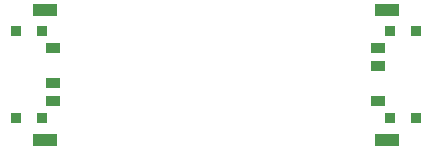
<source format=gbr>
%TF.GenerationSoftware,KiCad,Pcbnew,(6.0.4)*%
%TF.CreationDate,2022-10-25T22:36:08-04:00*%
%TF.ProjectId,battpack,62617474-7061-4636-9b2e-6b696361645f,v1.0.0*%
%TF.SameCoordinates,Original*%
%TF.FileFunction,Paste,Top*%
%TF.FilePolarity,Positive*%
%FSLAX46Y46*%
G04 Gerber Fmt 4.6, Leading zero omitted, Abs format (unit mm)*
G04 Created by KiCad (PCBNEW (6.0.4)) date 2022-10-25 22:36:08*
%MOMM*%
%LPD*%
G01*
G04 APERTURE LIST*
%ADD10R,1.250000X0.900000*%
%ADD11R,0.900000X0.900000*%
%ADD12R,2.000000X1.000000*%
G04 APERTURE END LIST*
D10*
%TO.C,T1*%
X13775000Y-2250000D03*
X13775000Y750000D03*
X13775000Y2250000D03*
D11*
X16950000Y-3700000D03*
X14750000Y-3700000D03*
X14750000Y3700000D03*
X16950000Y3700000D03*
%TD*%
D12*
%TO.C,PAD1*%
X14500000Y-5500000D03*
%TD*%
%TO.C,PAD2*%
X14500000Y5500000D03*
%TD*%
D10*
%TO.C,T2*%
X-13775000Y2250000D03*
X-13775000Y-750000D03*
X-13775000Y-2250000D03*
D11*
X-16950000Y3700000D03*
X-14750000Y3700000D03*
X-14750000Y-3700000D03*
X-16950000Y-3700000D03*
%TD*%
D12*
%TO.C,PAD3*%
X-14500000Y5500000D03*
%TD*%
%TO.C,PAD4*%
X-14500000Y-5500000D03*
%TD*%
M02*

</source>
